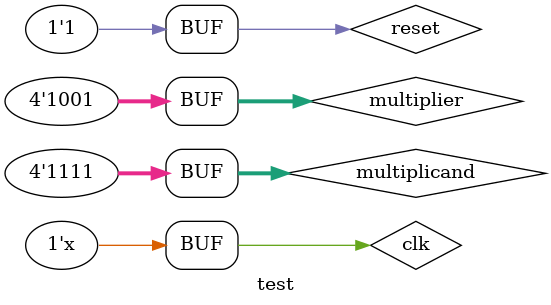
<source format=v>
`timescale 1ns / 1ps


module test;

	// Inputs
	reg clk;
	reg reset;
	reg [3:0] multiplicand;
	reg [3:0] multiplier;

	// Outputs
	wire [3:0] HI_FF;
	wire [3:0] LO_FF;

	// Instantiate the Unit Under Test (UUT)
	Signed_fourbit uut (
		.clk(clk), 
		.reset(reset), 
		.multiplicand(multiplicand), 
		.multiplier(multiplier), 
		.HI_FF(HI_FF), 
		.LO_FF(LO_FF)
	);

initial begin
		// Initialize Inputs
		clk = 0;
		reset = 0;
		#40
		reset = 1;
		multiplicand = 4'b1111;
		multiplier = 4'b1001;

		#200;
        
		 

	end
      always #100 clk = ~clk;
endmodule


</source>
